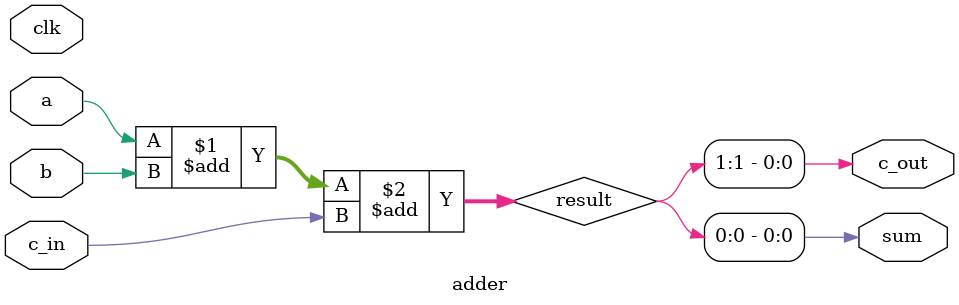
<source format=sv>
module adder #(parameter WIDTH = 1) (
  input clk,
  input c_in,
  input [WIDTH-1:0] a,
  input [WIDTH-1:0] b,
  output [WIDTH-1:0] sum,
  output c_out
  );
  
  wire [WIDTH:0] result;
  assign result = a + b + c_in;

  assign sum = result[WIDTH-1:0];
  assign c_out = result[WIDTH];
endmodule

</source>
